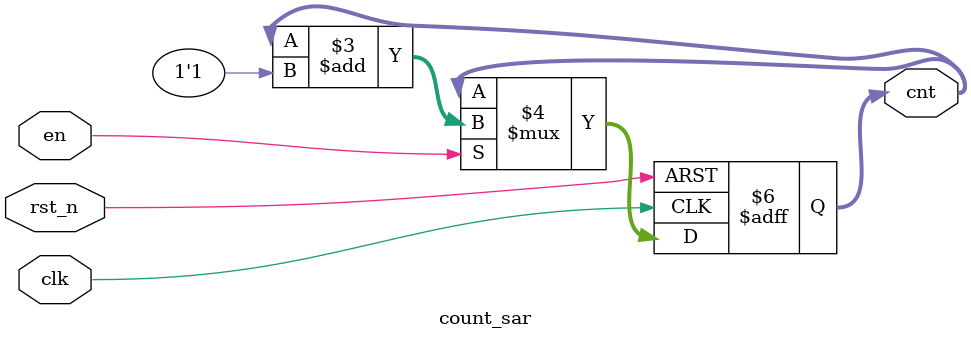
<source format=v>
module count_sar(clk, rst_n, en, cnt);
    input clk, rst_n, en;
    output [7:0] cnt;
    reg [7:0] cnt;

    always @(posedge clk, negedge rst_n)
    begin
        if (!rst_n) cnt <= 8'b0;
        else if (en) cnt <= cnt + 1'b1;
    end
endmodule



</source>
